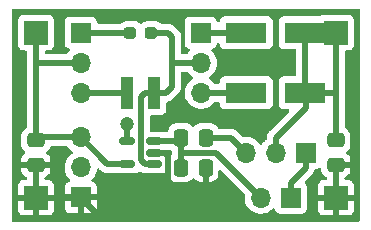
<source format=gbr>
%TF.GenerationSoftware,KiCad,Pcbnew,6.0.4*%
%TF.CreationDate,2022-03-30T22:58:46+02:00*%
%TF.ProjectId,cederom-ap3012-test,63656465-726f-46d2-9d61-70333031322d,2022-03-30*%
%TF.SameCoordinates,Original*%
%TF.FileFunction,Copper,L1,Top*%
%TF.FilePolarity,Positive*%
%FSLAX46Y46*%
G04 Gerber Fmt 4.6, Leading zero omitted, Abs format (unit mm)*
G04 Created by KiCad (PCBNEW 6.0.4) date 2022-03-30 22:58:46*
%MOMM*%
%LPD*%
G01*
G04 APERTURE LIST*
G04 Aperture macros list*
%AMRoundRect*
0 Rectangle with rounded corners*
0 $1 Rounding radius*
0 $2 $3 $4 $5 $6 $7 $8 $9 X,Y pos of 4 corners*
0 Add a 4 corners polygon primitive as box body*
4,1,4,$2,$3,$4,$5,$6,$7,$8,$9,$2,$3,0*
0 Add four circle primitives for the rounded corners*
1,1,$1+$1,$2,$3*
1,1,$1+$1,$4,$5*
1,1,$1+$1,$6,$7*
1,1,$1+$1,$8,$9*
0 Add four rect primitives between the rounded corners*
20,1,$1+$1,$2,$3,$4,$5,0*
20,1,$1+$1,$4,$5,$6,$7,0*
20,1,$1+$1,$6,$7,$8,$9,0*
20,1,$1+$1,$8,$9,$2,$3,0*%
G04 Aperture macros list end*
%TA.AperFunction,ComponentPad*%
%ADD10R,1.700000X1.700000*%
%TD*%
%TA.AperFunction,ComponentPad*%
%ADD11O,1.700000X1.700000*%
%TD*%
%TA.AperFunction,SMDPad,CuDef*%
%ADD12R,3.500000X1.800000*%
%TD*%
%TA.AperFunction,SMDPad,CuDef*%
%ADD13RoundRect,0.250000X-0.337500X-0.475000X0.337500X-0.475000X0.337500X0.475000X-0.337500X0.475000X0*%
%TD*%
%TA.AperFunction,SMDPad,CuDef*%
%ADD14RoundRect,0.250000X0.337500X0.475000X-0.337500X0.475000X-0.337500X-0.475000X0.337500X-0.475000X0*%
%TD*%
%TA.AperFunction,ComponentPad*%
%ADD15R,2.000000X2.000000*%
%TD*%
%TA.AperFunction,SMDPad,CuDef*%
%ADD16RoundRect,0.250000X-0.475000X0.337500X-0.475000X-0.337500X0.475000X-0.337500X0.475000X0.337500X0*%
%TD*%
%TA.AperFunction,SMDPad,CuDef*%
%ADD17RoundRect,0.150000X0.512500X0.150000X-0.512500X0.150000X-0.512500X-0.150000X0.512500X-0.150000X0*%
%TD*%
%TA.AperFunction,SMDPad,CuDef*%
%ADD18R,1.000000X2.750000*%
%TD*%
%TA.AperFunction,SMDPad,CuDef*%
%ADD19RoundRect,0.237500X-0.287500X-0.237500X0.287500X-0.237500X0.287500X0.237500X-0.287500X0.237500X0*%
%TD*%
%TA.AperFunction,ViaPad*%
%ADD20C,1.200000*%
%TD*%
%TA.AperFunction,Conductor*%
%ADD21C,0.500000*%
%TD*%
G04 APERTURE END LIST*
D10*
%TO.P,R`1,1,Pin_1*%
%TO.N,Net-(JP3-Pad1)*%
X97795000Y-64770000D03*
D11*
%TO.P,R`1,2,Pin_2*%
%TO.N,Net-(R`1-Pad2)*%
X95255000Y-64770000D03*
%TD*%
D10*
%TO.P,JP2,1,A*%
%TO.N,Net-(D1-Pad2)*%
X90170000Y-50815000D03*
D11*
%TO.P,JP2,2,C*%
%TO.N,Net-(JP2-Pad2)*%
X90170000Y-53355000D03*
%TO.P,JP2,3,B*%
%TO.N,Net-(D2-Pad2)*%
X90170000Y-55895000D03*
%TD*%
D10*
%TO.P,JP4,1,A*%
%TO.N,GND*%
X80010000Y-64755000D03*
D11*
%TO.P,JP4,2,C*%
%TO.N,Net-(JP4-Pad2)*%
X80010000Y-62215000D03*
%TO.P,JP4,3,B*%
%TO.N,Net-(C1-Pad1)*%
X80010000Y-59675000D03*
%TD*%
%TO.P,JP3,3,B*%
%TO.N,Net-(JP3-Pad3)*%
X93980000Y-60960000D03*
%TO.P,JP3,2,C*%
%TO.N,Net-(C2-Pad1)*%
X96520000Y-60960000D03*
D10*
%TO.P,JP3,1,A*%
%TO.N,Net-(JP3-Pad1)*%
X99060000Y-60960000D03*
%TD*%
%TO.P,JP1,1,A*%
%TO.N,Net-(JP1-Pad1)*%
X80010000Y-50800000D03*
D11*
%TO.P,JP1,2,C*%
%TO.N,Net-(C1-Pad1)*%
X80010000Y-53340000D03*
%TO.P,JP1,3,B*%
%TO.N,Net-(JP1-Pad3)*%
X80010000Y-55880000D03*
%TD*%
D12*
%TO.P,D1,2,A*%
%TO.N,Net-(D1-Pad2)*%
X94020000Y-50800000D03*
%TO.P,D1,1,K*%
%TO.N,Net-(C2-Pad1)*%
X99020000Y-50800000D03*
%TD*%
D13*
%TO.P,R2,1*%
%TO.N,Net-(R`1-Pad2)*%
X88497500Y-62230000D03*
%TO.P,R2,2*%
%TO.N,GND*%
X90572500Y-62230000D03*
%TD*%
D14*
%TO.P,R1,1*%
%TO.N,Net-(JP3-Pad3)*%
X90572500Y-59690000D03*
%TO.P,R1,2*%
%TO.N,Net-(R`1-Pad2)*%
X88497500Y-59690000D03*
%TD*%
D15*
%TO.P,TP4,1,1*%
%TO.N,GND*%
X101600000Y-64770000D03*
%TD*%
D16*
%TO.P,C2,1*%
%TO.N,Net-(C2-Pad1)*%
X101600000Y-59922500D03*
%TO.P,C2,2*%
%TO.N,GND*%
X101600000Y-61997500D03*
%TD*%
D17*
%TO.P,U1,1,SW*%
%TO.N,Net-(JP2-Pad2)*%
X86227500Y-61910000D03*
%TO.P,U1,2,GND*%
%TO.N,GND*%
X86227500Y-60960000D03*
%TO.P,U1,3,FB*%
%TO.N,Net-(R`1-Pad2)*%
X86227500Y-60010000D03*
%TO.P,U1,4,~{SHDN}*%
%TO.N,Net-(JP4-Pad2)*%
X83952500Y-60010000D03*
%TO.P,U1,5,IN*%
%TO.N,Net-(C1-Pad1)*%
X83952500Y-61910000D03*
%TD*%
D15*
%TO.P,TP1,1,1*%
%TO.N,Net-(C1-Pad1)*%
X76200000Y-50800000D03*
%TD*%
D12*
%TO.P,D2,1,K*%
%TO.N,Net-(C2-Pad1)*%
X99020000Y-55880000D03*
%TO.P,D2,2,A*%
%TO.N,Net-(D2-Pad2)*%
X94020000Y-55880000D03*
%TD*%
D15*
%TO.P,TP3,1,1*%
%TO.N,Net-(C2-Pad1)*%
X101600000Y-50800000D03*
%TD*%
%TO.P,TP2,1,1*%
%TO.N,GND*%
X76200000Y-64770000D03*
%TD*%
D18*
%TO.P,L2,1,1*%
%TO.N,Net-(JP1-Pad3)*%
X83940000Y-55880000D03*
%TO.P,L2,2,2*%
%TO.N,Net-(JP2-Pad2)*%
X86240000Y-55880000D03*
%TD*%
D19*
%TO.P,L1,2,2*%
%TO.N,Net-(JP2-Pad2)*%
X85965000Y-50800000D03*
%TO.P,L1,1,1*%
%TO.N,Net-(JP1-Pad1)*%
X84215000Y-50800000D03*
%TD*%
D16*
%TO.P,C1,2*%
%TO.N,GND*%
X76200000Y-61997500D03*
%TO.P,C1,1*%
%TO.N,Net-(C1-Pad1)*%
X76200000Y-59922500D03*
%TD*%
D20*
%TO.N,Net-(JP4-Pad2)*%
X83947000Y-58547000D03*
%TD*%
D21*
%TO.N,GND*%
X101600000Y-61997500D02*
X101600000Y-64770000D01*
%TO.N,Net-(C2-Pad1)*%
X101600000Y-50800000D02*
X101600000Y-55880000D01*
X101600000Y-55880000D02*
X101600000Y-59922500D01*
X99020000Y-55880000D02*
X101600000Y-55880000D01*
X99020000Y-50800000D02*
X101600000Y-50800000D01*
%TO.N,GND*%
X76200000Y-61997500D02*
X76200000Y-64770000D01*
%TO.N,Net-(C1-Pad1)*%
X76200000Y-59922500D02*
X76200000Y-53340000D01*
X80010000Y-59675000D02*
X76447500Y-59675000D01*
X76447500Y-59675000D02*
X76200000Y-59922500D01*
X83952500Y-61910000D02*
X82245000Y-61910000D01*
X82245000Y-61910000D02*
X80010000Y-59675000D01*
%TO.N,Net-(JP4-Pad2)*%
X83952500Y-60010000D02*
X83952500Y-58552500D01*
X83952500Y-58552500D02*
X83947000Y-58547000D01*
%TO.N,Net-(JP2-Pad2)*%
X85405000Y-61910000D02*
X85115480Y-61620480D01*
X85115480Y-61620480D02*
X85115480Y-56235520D01*
X86227500Y-61910000D02*
X85405000Y-61910000D01*
X85115480Y-56235520D02*
X85471000Y-55880000D01*
X85471000Y-55880000D02*
X86240000Y-55880000D01*
%TO.N,GND*%
X87122000Y-60960000D02*
X87376000Y-61214000D01*
X81788000Y-66548000D02*
X87376000Y-66548000D01*
X87376000Y-61214000D02*
X87376000Y-66548000D01*
X86227500Y-60960000D02*
X87122000Y-60960000D01*
X87376000Y-66548000D02*
X90551000Y-66548000D01*
%TO.N,Net-(R`1-Pad2)*%
X88497500Y-59690000D02*
X88497500Y-60981500D01*
X88497500Y-60981500D02*
X88497500Y-62230000D01*
X91466500Y-60981500D02*
X88497500Y-60981500D01*
X95255000Y-64770000D02*
X91466500Y-60981500D01*
%TO.N,GND*%
X90551000Y-66548000D02*
X101092000Y-66548000D01*
X90572500Y-62230000D02*
X90572500Y-66526500D01*
X90572500Y-66526500D02*
X90551000Y-66548000D01*
%TO.N,Net-(R`1-Pad2)*%
X86227500Y-60010000D02*
X88177500Y-60010000D01*
X88177500Y-60010000D02*
X88497500Y-59690000D01*
%TO.N,GND*%
X80010000Y-64770000D02*
X81788000Y-66548000D01*
X80010000Y-64755000D02*
X80010000Y-64770000D01*
X76200000Y-64770000D02*
X79995000Y-64770000D01*
X79995000Y-64770000D02*
X80010000Y-64755000D01*
%TO.N,Net-(JP3-Pad1)*%
X97795000Y-63495000D02*
X99060000Y-62230000D01*
X97795000Y-64770000D02*
X97795000Y-63495000D01*
X99060000Y-62230000D02*
X99060000Y-60960000D01*
%TO.N,Net-(C2-Pad1)*%
X96520000Y-59690000D02*
X99060000Y-57150000D01*
X96520000Y-60960000D02*
X96520000Y-59690000D01*
X99060000Y-57150000D02*
X99060000Y-55920000D01*
X99060000Y-55920000D02*
X99020000Y-55880000D01*
%TO.N,Net-(JP3-Pad3)*%
X90572500Y-59690000D02*
X92710000Y-59690000D01*
X92710000Y-59690000D02*
X93980000Y-60960000D01*
%TO.N,Net-(JP2-Pad2)*%
X87757000Y-51181000D02*
X87757000Y-53340000D01*
X87757000Y-53340000D02*
X87757000Y-55372000D01*
X90170000Y-53355000D02*
X87772000Y-53355000D01*
X87772000Y-53355000D02*
X87757000Y-53340000D01*
X85965000Y-50800000D02*
X87376000Y-50800000D01*
X87376000Y-50800000D02*
X87757000Y-51181000D01*
X87757000Y-55372000D02*
X87249000Y-55880000D01*
X87249000Y-55880000D02*
X86240000Y-55880000D01*
%TO.N,Net-(D2-Pad2)*%
X94020000Y-55880000D02*
X90185000Y-55880000D01*
X90185000Y-55880000D02*
X90170000Y-55895000D01*
%TO.N,Net-(C2-Pad1)*%
X99020000Y-55880000D02*
X99020000Y-50800000D01*
%TO.N,Net-(D1-Pad2)*%
X90170000Y-50815000D02*
X94005000Y-50815000D01*
X94005000Y-50815000D02*
X94020000Y-50800000D01*
%TO.N,Net-(JP1-Pad3)*%
X80010000Y-55880000D02*
X83940000Y-55880000D01*
%TO.N,Net-(JP1-Pad1)*%
X80010000Y-50800000D02*
X84215000Y-50800000D01*
%TO.N,Net-(C1-Pad1)*%
X76200000Y-53340000D02*
X76200000Y-50800000D01*
X80010000Y-53340000D02*
X76200000Y-53340000D01*
%TD*%
%TA.AperFunction,Conductor*%
%TO.N,GND*%
G36*
X103573621Y-48788502D02*
G01*
X103620114Y-48842158D01*
X103631500Y-48894500D01*
X103631500Y-66675500D01*
X103611498Y-66743621D01*
X103557842Y-66790114D01*
X103505500Y-66801500D01*
X74294500Y-66801500D01*
X74226379Y-66781498D01*
X74179886Y-66727842D01*
X74168500Y-66675500D01*
X74168500Y-65814669D01*
X74692001Y-65814669D01*
X74692371Y-65821490D01*
X74697895Y-65872352D01*
X74701521Y-65887604D01*
X74746676Y-66008054D01*
X74755214Y-66023649D01*
X74831715Y-66125724D01*
X74844276Y-66138285D01*
X74946351Y-66214786D01*
X74961946Y-66223324D01*
X75082394Y-66268478D01*
X75097649Y-66272105D01*
X75148514Y-66277631D01*
X75155328Y-66278000D01*
X75927885Y-66278000D01*
X75943124Y-66273525D01*
X75944329Y-66272135D01*
X75946000Y-66264452D01*
X75946000Y-66259884D01*
X76454000Y-66259884D01*
X76458475Y-66275123D01*
X76459865Y-66276328D01*
X76467548Y-66277999D01*
X77244669Y-66277999D01*
X77251490Y-66277629D01*
X77302352Y-66272105D01*
X77317604Y-66268479D01*
X77438054Y-66223324D01*
X77453649Y-66214786D01*
X77555724Y-66138285D01*
X77568285Y-66125724D01*
X77644786Y-66023649D01*
X77653324Y-66008054D01*
X77698478Y-65887606D01*
X77702105Y-65872351D01*
X77707631Y-65821486D01*
X77708000Y-65814672D01*
X77708000Y-65649669D01*
X78652001Y-65649669D01*
X78652371Y-65656490D01*
X78657895Y-65707352D01*
X78661521Y-65722604D01*
X78706676Y-65843054D01*
X78715214Y-65858649D01*
X78791715Y-65960724D01*
X78804276Y-65973285D01*
X78906351Y-66049786D01*
X78921946Y-66058324D01*
X79042394Y-66103478D01*
X79057649Y-66107105D01*
X79108514Y-66112631D01*
X79115328Y-66113000D01*
X79737885Y-66113000D01*
X79753124Y-66108525D01*
X79754329Y-66107135D01*
X79756000Y-66099452D01*
X79756000Y-66094884D01*
X80264000Y-66094884D01*
X80268475Y-66110123D01*
X80269865Y-66111328D01*
X80277548Y-66112999D01*
X80904669Y-66112999D01*
X80911490Y-66112629D01*
X80962352Y-66107105D01*
X80977604Y-66103479D01*
X81098054Y-66058324D01*
X81113649Y-66049786D01*
X81215724Y-65973285D01*
X81228285Y-65960724D01*
X81304786Y-65858649D01*
X81313324Y-65843054D01*
X81358478Y-65722606D01*
X81362105Y-65707351D01*
X81367631Y-65656486D01*
X81368000Y-65649672D01*
X81368000Y-65027115D01*
X81363525Y-65011876D01*
X81362135Y-65010671D01*
X81354452Y-65009000D01*
X80282115Y-65009000D01*
X80266876Y-65013475D01*
X80265671Y-65014865D01*
X80264000Y-65022548D01*
X80264000Y-66094884D01*
X79756000Y-66094884D01*
X79756000Y-65027115D01*
X79751525Y-65011876D01*
X79750135Y-65010671D01*
X79742452Y-65009000D01*
X78670116Y-65009000D01*
X78654877Y-65013475D01*
X78653672Y-65014865D01*
X78652001Y-65022548D01*
X78652001Y-65649669D01*
X77708000Y-65649669D01*
X77708000Y-65042115D01*
X77703525Y-65026876D01*
X77702135Y-65025671D01*
X77694452Y-65024000D01*
X76472115Y-65024000D01*
X76456876Y-65028475D01*
X76455671Y-65029865D01*
X76454000Y-65037548D01*
X76454000Y-66259884D01*
X75946000Y-66259884D01*
X75946000Y-65042115D01*
X75941525Y-65026876D01*
X75940135Y-65025671D01*
X75932452Y-65024000D01*
X74710116Y-65024000D01*
X74694877Y-65028475D01*
X74693672Y-65029865D01*
X74692001Y-65037548D01*
X74692001Y-65814669D01*
X74168500Y-65814669D01*
X74168500Y-64497885D01*
X74692000Y-64497885D01*
X74696475Y-64513124D01*
X74697865Y-64514329D01*
X74705548Y-64516000D01*
X77689884Y-64516000D01*
X77705123Y-64511525D01*
X77706328Y-64510135D01*
X77707999Y-64502452D01*
X77707999Y-63725331D01*
X77707629Y-63718510D01*
X77702105Y-63667648D01*
X77698479Y-63652396D01*
X77653324Y-63531946D01*
X77644786Y-63516351D01*
X77568285Y-63414276D01*
X77555724Y-63401715D01*
X77453649Y-63325214D01*
X77438054Y-63316676D01*
X77317606Y-63271522D01*
X77302351Y-63267895D01*
X77251486Y-63262369D01*
X77244672Y-63262000D01*
X77059139Y-63262000D01*
X76991018Y-63241998D01*
X76944525Y-63188342D01*
X76934421Y-63118068D01*
X76963915Y-63053488D01*
X76999181Y-63026820D01*
X76998732Y-63026094D01*
X77142807Y-62936937D01*
X77154208Y-62927901D01*
X77268739Y-62813171D01*
X77277751Y-62801760D01*
X77362816Y-62663757D01*
X77368963Y-62650576D01*
X77420138Y-62496290D01*
X77423005Y-62482914D01*
X77432672Y-62388562D01*
X77433000Y-62382146D01*
X77433000Y-62269615D01*
X77428525Y-62254376D01*
X77427135Y-62253171D01*
X77419452Y-62251500D01*
X74985116Y-62251500D01*
X74969877Y-62255975D01*
X74968672Y-62257365D01*
X74967001Y-62265048D01*
X74967001Y-62382095D01*
X74967338Y-62388614D01*
X74977257Y-62484206D01*
X74980149Y-62497600D01*
X75031588Y-62651784D01*
X75037761Y-62664962D01*
X75123063Y-62802807D01*
X75132099Y-62814208D01*
X75246829Y-62928739D01*
X75258240Y-62937751D01*
X75402475Y-63026658D01*
X75401459Y-63028307D01*
X75447361Y-63068723D01*
X75466822Y-63137001D01*
X75446280Y-63204961D01*
X75392257Y-63251026D01*
X75340826Y-63262001D01*
X75155331Y-63262001D01*
X75148510Y-63262371D01*
X75097648Y-63267895D01*
X75082396Y-63271521D01*
X74961946Y-63316676D01*
X74946351Y-63325214D01*
X74844276Y-63401715D01*
X74831715Y-63414276D01*
X74755214Y-63516351D01*
X74746676Y-63531946D01*
X74701522Y-63652394D01*
X74697895Y-63667649D01*
X74692369Y-63718514D01*
X74692000Y-63725328D01*
X74692000Y-64497885D01*
X74168500Y-64497885D01*
X74168500Y-51848134D01*
X74691500Y-51848134D01*
X74698255Y-51910316D01*
X74749385Y-52046705D01*
X74836739Y-52163261D01*
X74953295Y-52250615D01*
X75089684Y-52301745D01*
X75151866Y-52308500D01*
X75315500Y-52308500D01*
X75383621Y-52328502D01*
X75430114Y-52382158D01*
X75441500Y-52434500D01*
X75441500Y-53312165D01*
X75441258Y-53319966D01*
X75437453Y-53381298D01*
X75438693Y-53388514D01*
X75439680Y-53394257D01*
X75441500Y-53415596D01*
X75441500Y-58798219D01*
X75421498Y-58866340D01*
X75381803Y-58905363D01*
X75250652Y-58986522D01*
X75125695Y-59111697D01*
X75121855Y-59117927D01*
X75121854Y-59117928D01*
X75042603Y-59246497D01*
X75032885Y-59262262D01*
X74977203Y-59430139D01*
X74976503Y-59436975D01*
X74976502Y-59436978D01*
X74974956Y-59452066D01*
X74966500Y-59534600D01*
X74966500Y-60310400D01*
X74977474Y-60416166D01*
X74979655Y-60422702D01*
X74979655Y-60422704D01*
X74996646Y-60473632D01*
X75033450Y-60583946D01*
X75126522Y-60734348D01*
X75251697Y-60859305D01*
X75256235Y-60862102D01*
X75296824Y-60919353D01*
X75300054Y-60990276D01*
X75264428Y-61051687D01*
X75255932Y-61059062D01*
X75245793Y-61067098D01*
X75131261Y-61181829D01*
X75122249Y-61193240D01*
X75037184Y-61331243D01*
X75031037Y-61344424D01*
X74979862Y-61498710D01*
X74976995Y-61512086D01*
X74967328Y-61606438D01*
X74967000Y-61612855D01*
X74967000Y-61725385D01*
X74971475Y-61740624D01*
X74972865Y-61741829D01*
X74980548Y-61743500D01*
X77414884Y-61743500D01*
X77430123Y-61739025D01*
X77431328Y-61737635D01*
X77432999Y-61729952D01*
X77432999Y-61612905D01*
X77432662Y-61606386D01*
X77422743Y-61510794D01*
X77419851Y-61497400D01*
X77368412Y-61343216D01*
X77362239Y-61330038D01*
X77276937Y-61192193D01*
X77267901Y-61180792D01*
X77153172Y-61066262D01*
X77144238Y-61059206D01*
X77103177Y-61001288D01*
X77099947Y-60930365D01*
X77135574Y-60868954D01*
X77143407Y-60862154D01*
X77149348Y-60858478D01*
X77274305Y-60733303D01*
X77285931Y-60714442D01*
X77363275Y-60588968D01*
X77363276Y-60588966D01*
X77367115Y-60582738D01*
X77387980Y-60519832D01*
X77428411Y-60461472D01*
X77493975Y-60434236D01*
X77507573Y-60433500D01*
X78812491Y-60433500D01*
X78880612Y-60453502D01*
X78909402Y-60480595D01*
X78909987Y-60480088D01*
X79056250Y-60648938D01*
X79228126Y-60791632D01*
X79269343Y-60815717D01*
X79301445Y-60834476D01*
X79350169Y-60886114D01*
X79363240Y-60955897D01*
X79336509Y-61021669D01*
X79296055Y-61055027D01*
X79283607Y-61061507D01*
X79279474Y-61064610D01*
X79279471Y-61064612D01*
X79109549Y-61192193D01*
X79104965Y-61195635D01*
X78950629Y-61357138D01*
X78824743Y-61541680D01*
X78730688Y-61744305D01*
X78670989Y-61959570D01*
X78647251Y-62181695D01*
X78647548Y-62186848D01*
X78647548Y-62186851D01*
X78657314Y-62356222D01*
X78660110Y-62404715D01*
X78661247Y-62409761D01*
X78661248Y-62409767D01*
X78680748Y-62496290D01*
X78709222Y-62622639D01*
X78757168Y-62740716D01*
X78787010Y-62814208D01*
X78793266Y-62829616D01*
X78795965Y-62834020D01*
X78883441Y-62976768D01*
X78909987Y-63020088D01*
X78913367Y-63023990D01*
X78923057Y-63035176D01*
X79056250Y-63188938D01*
X79060225Y-63192238D01*
X79060231Y-63192244D01*
X79065425Y-63196556D01*
X79105059Y-63255460D01*
X79106555Y-63326441D01*
X79069439Y-63386962D01*
X79029168Y-63411480D01*
X78921946Y-63451676D01*
X78906351Y-63460214D01*
X78804276Y-63536715D01*
X78791715Y-63549276D01*
X78715214Y-63651351D01*
X78706676Y-63666946D01*
X78661522Y-63787394D01*
X78657895Y-63802649D01*
X78652369Y-63853514D01*
X78652000Y-63860328D01*
X78652000Y-64482885D01*
X78656475Y-64498124D01*
X78657865Y-64499329D01*
X78665548Y-64501000D01*
X81349884Y-64501000D01*
X81365123Y-64496525D01*
X81366328Y-64495135D01*
X81367999Y-64487452D01*
X81367999Y-63860331D01*
X81367629Y-63853510D01*
X81362105Y-63802648D01*
X81358479Y-63787396D01*
X81313324Y-63666946D01*
X81304786Y-63651351D01*
X81228285Y-63549276D01*
X81215724Y-63536715D01*
X81113649Y-63460214D01*
X81098054Y-63451676D01*
X80987813Y-63410348D01*
X80931049Y-63367706D01*
X80906349Y-63301145D01*
X80921557Y-63231796D01*
X80943104Y-63203115D01*
X81044430Y-63102144D01*
X81044440Y-63102132D01*
X81048096Y-63098489D01*
X81098068Y-63028946D01*
X81175435Y-62921277D01*
X81178453Y-62917077D01*
X81203554Y-62866290D01*
X81275136Y-62721453D01*
X81275137Y-62721451D01*
X81277430Y-62716811D01*
X81324111Y-62563166D01*
X81340865Y-62508023D01*
X81340865Y-62508021D01*
X81342370Y-62503069D01*
X81343263Y-62496290D01*
X81357439Y-62388614D01*
X81358233Y-62382580D01*
X81386956Y-62317652D01*
X81446221Y-62278561D01*
X81517212Y-62277716D01*
X81572250Y-62309931D01*
X81661230Y-62398911D01*
X81673616Y-62413323D01*
X81682149Y-62424918D01*
X81682154Y-62424923D01*
X81686492Y-62430818D01*
X81692070Y-62435557D01*
X81692073Y-62435560D01*
X81726768Y-62465035D01*
X81734284Y-62471965D01*
X81739979Y-62477660D01*
X81742861Y-62479940D01*
X81762251Y-62495281D01*
X81765655Y-62498072D01*
X81786633Y-62515894D01*
X81821285Y-62545333D01*
X81827801Y-62548661D01*
X81832850Y-62552028D01*
X81837979Y-62555195D01*
X81843716Y-62559734D01*
X81909875Y-62590655D01*
X81913769Y-62592558D01*
X81978808Y-62625769D01*
X81985916Y-62627508D01*
X81991559Y-62629607D01*
X81997322Y-62631524D01*
X82003950Y-62634622D01*
X82011112Y-62636112D01*
X82011113Y-62636112D01*
X82075412Y-62649486D01*
X82079696Y-62650456D01*
X82150610Y-62667808D01*
X82156212Y-62668156D01*
X82156215Y-62668156D01*
X82161764Y-62668500D01*
X82161762Y-62668536D01*
X82165755Y-62668775D01*
X82169947Y-62669149D01*
X82177115Y-62670640D01*
X82254520Y-62668546D01*
X82257928Y-62668500D01*
X83156246Y-62668500D01*
X83191398Y-62673503D01*
X83329989Y-62713767D01*
X83329993Y-62713768D01*
X83336169Y-62715562D01*
X83342574Y-62716066D01*
X83342579Y-62716067D01*
X83371042Y-62718307D01*
X83371050Y-62718307D01*
X83373498Y-62718500D01*
X84531502Y-62718500D01*
X84533950Y-62718307D01*
X84533958Y-62718307D01*
X84562421Y-62716067D01*
X84562426Y-62716066D01*
X84568831Y-62715562D01*
X84713601Y-62673503D01*
X84720988Y-62671357D01*
X84720990Y-62671356D01*
X84728601Y-62669145D01*
X84871807Y-62584453D01*
X84877417Y-62578843D01*
X84879445Y-62577270D01*
X84945530Y-62551323D01*
X85010019Y-62562680D01*
X85069853Y-62590644D01*
X85073769Y-62592558D01*
X85138808Y-62625769D01*
X85145916Y-62627508D01*
X85151559Y-62629607D01*
X85157322Y-62631524D01*
X85163950Y-62634622D01*
X85171112Y-62636112D01*
X85171113Y-62636112D01*
X85235412Y-62649486D01*
X85239696Y-62650456D01*
X85310610Y-62667808D01*
X85316212Y-62668156D01*
X85316215Y-62668156D01*
X85321764Y-62668500D01*
X85321762Y-62668536D01*
X85325755Y-62668775D01*
X85329947Y-62669149D01*
X85337115Y-62670640D01*
X85414520Y-62668546D01*
X85417928Y-62668500D01*
X85431246Y-62668500D01*
X85466398Y-62673503D01*
X85604989Y-62713767D01*
X85604993Y-62713768D01*
X85611169Y-62715562D01*
X85617574Y-62716066D01*
X85617579Y-62716067D01*
X85646042Y-62718307D01*
X85646050Y-62718307D01*
X85648498Y-62718500D01*
X86806502Y-62718500D01*
X86808950Y-62718307D01*
X86808958Y-62718307D01*
X86837421Y-62716067D01*
X86837426Y-62716066D01*
X86843831Y-62715562D01*
X86988601Y-62673503D01*
X86995988Y-62671357D01*
X86995990Y-62671356D01*
X87003601Y-62669145D01*
X87036090Y-62649931D01*
X87139980Y-62588491D01*
X87139983Y-62588489D01*
X87146807Y-62584453D01*
X87186405Y-62544855D01*
X87248717Y-62510829D01*
X87319532Y-62515894D01*
X87376368Y-62558441D01*
X87401179Y-62624961D01*
X87401500Y-62633950D01*
X87401500Y-62755400D01*
X87401837Y-62758646D01*
X87401837Y-62758650D01*
X87411618Y-62852914D01*
X87412474Y-62861166D01*
X87414655Y-62867702D01*
X87414655Y-62867704D01*
X87435018Y-62928739D01*
X87468450Y-63028946D01*
X87561522Y-63179348D01*
X87566704Y-63184521D01*
X87623842Y-63241559D01*
X87686697Y-63304305D01*
X87692927Y-63308145D01*
X87692928Y-63308146D01*
X87830288Y-63392816D01*
X87837262Y-63397115D01*
X87909361Y-63421029D01*
X87998611Y-63450632D01*
X87998613Y-63450632D01*
X88005139Y-63452797D01*
X88011975Y-63453497D01*
X88011978Y-63453498D01*
X88055031Y-63457909D01*
X88109600Y-63463500D01*
X88885400Y-63463500D01*
X88888646Y-63463163D01*
X88888650Y-63463163D01*
X88984308Y-63453238D01*
X88984312Y-63453237D01*
X88991166Y-63452526D01*
X88997702Y-63450345D01*
X88997704Y-63450345D01*
X89146777Y-63400610D01*
X89158946Y-63396550D01*
X89309348Y-63303478D01*
X89434305Y-63178303D01*
X89437102Y-63173765D01*
X89494353Y-63133176D01*
X89565276Y-63129946D01*
X89626687Y-63165572D01*
X89634062Y-63174068D01*
X89642098Y-63184207D01*
X89756829Y-63298739D01*
X89768240Y-63307751D01*
X89906243Y-63392816D01*
X89919424Y-63398963D01*
X90073710Y-63450138D01*
X90087086Y-63453005D01*
X90181438Y-63462672D01*
X90187854Y-63463000D01*
X90300385Y-63463000D01*
X90315624Y-63458525D01*
X90316829Y-63457135D01*
X90318500Y-63449452D01*
X90318500Y-62102000D01*
X90338502Y-62033879D01*
X90392158Y-61987386D01*
X90444500Y-61976000D01*
X90700500Y-61976000D01*
X90768621Y-61996002D01*
X90815114Y-62049658D01*
X90826500Y-62102000D01*
X90826500Y-63444884D01*
X90830975Y-63460123D01*
X90832365Y-63461328D01*
X90840048Y-63462999D01*
X90957095Y-63462999D01*
X90963614Y-63462662D01*
X91059206Y-63452743D01*
X91072600Y-63449851D01*
X91226784Y-63398412D01*
X91239962Y-63392239D01*
X91377807Y-63306937D01*
X91389208Y-63297901D01*
X91503739Y-63183171D01*
X91512751Y-63171760D01*
X91597816Y-63033757D01*
X91603963Y-63020576D01*
X91655138Y-62866290D01*
X91658005Y-62852914D01*
X91667672Y-62758562D01*
X91668000Y-62752146D01*
X91668000Y-62559871D01*
X91688002Y-62491750D01*
X91741658Y-62445257D01*
X91811932Y-62435153D01*
X91876512Y-62464647D01*
X91883095Y-62470776D01*
X93874449Y-64462130D01*
X93908475Y-64524442D01*
X93910641Y-64564613D01*
X93892251Y-64736695D01*
X93905110Y-64959715D01*
X93906247Y-64964761D01*
X93906248Y-64964767D01*
X93920299Y-65027115D01*
X93954222Y-65177639D01*
X94038266Y-65384616D01*
X94154987Y-65575088D01*
X94301250Y-65743938D01*
X94473126Y-65886632D01*
X94666000Y-65999338D01*
X94874692Y-66079030D01*
X94879760Y-66080061D01*
X94879763Y-66080062D01*
X94952616Y-66094884D01*
X95093597Y-66123567D01*
X95098772Y-66123757D01*
X95098774Y-66123757D01*
X95311673Y-66131564D01*
X95311677Y-66131564D01*
X95316837Y-66131753D01*
X95321957Y-66131097D01*
X95321959Y-66131097D01*
X95533288Y-66104025D01*
X95533289Y-66104025D01*
X95538416Y-66103368D01*
X95551469Y-66099452D01*
X95747429Y-66040661D01*
X95747434Y-66040659D01*
X95752384Y-66039174D01*
X95952994Y-65940896D01*
X96134860Y-65811173D01*
X96243091Y-65703319D01*
X96305462Y-65669404D01*
X96376268Y-65674592D01*
X96433030Y-65717238D01*
X96450012Y-65748341D01*
X96474879Y-65814672D01*
X96494385Y-65866705D01*
X96581739Y-65983261D01*
X96698295Y-66070615D01*
X96834684Y-66121745D01*
X96896866Y-66128500D01*
X98693134Y-66128500D01*
X98755316Y-66121745D01*
X98891705Y-66070615D01*
X99008261Y-65983261D01*
X99095615Y-65866705D01*
X99115122Y-65814669D01*
X100092001Y-65814669D01*
X100092371Y-65821490D01*
X100097895Y-65872352D01*
X100101521Y-65887604D01*
X100146676Y-66008054D01*
X100155214Y-66023649D01*
X100231715Y-66125724D01*
X100244276Y-66138285D01*
X100346351Y-66214786D01*
X100361946Y-66223324D01*
X100482394Y-66268478D01*
X100497649Y-66272105D01*
X100548514Y-66277631D01*
X100555328Y-66278000D01*
X101327885Y-66278000D01*
X101343124Y-66273525D01*
X101344329Y-66272135D01*
X101346000Y-66264452D01*
X101346000Y-66259884D01*
X101854000Y-66259884D01*
X101858475Y-66275123D01*
X101859865Y-66276328D01*
X101867548Y-66277999D01*
X102644669Y-66277999D01*
X102651490Y-66277629D01*
X102702352Y-66272105D01*
X102717604Y-66268479D01*
X102838054Y-66223324D01*
X102853649Y-66214786D01*
X102955724Y-66138285D01*
X102968285Y-66125724D01*
X103044786Y-66023649D01*
X103053324Y-66008054D01*
X103098478Y-65887606D01*
X103102105Y-65872351D01*
X103107631Y-65821486D01*
X103108000Y-65814672D01*
X103108000Y-65042115D01*
X103103525Y-65026876D01*
X103102135Y-65025671D01*
X103094452Y-65024000D01*
X101872115Y-65024000D01*
X101856876Y-65028475D01*
X101855671Y-65029865D01*
X101854000Y-65037548D01*
X101854000Y-66259884D01*
X101346000Y-66259884D01*
X101346000Y-65042115D01*
X101341525Y-65026876D01*
X101340135Y-65025671D01*
X101332452Y-65024000D01*
X100110116Y-65024000D01*
X100094877Y-65028475D01*
X100093672Y-65029865D01*
X100092001Y-65037548D01*
X100092001Y-65814669D01*
X99115122Y-65814669D01*
X99146745Y-65730316D01*
X99153500Y-65668134D01*
X99153500Y-63871866D01*
X99146745Y-63809684D01*
X99095615Y-63673295D01*
X99008261Y-63556739D01*
X99001081Y-63551358D01*
X98995297Y-63545574D01*
X98961271Y-63483262D01*
X98966336Y-63412447D01*
X98995297Y-63367384D01*
X99548911Y-62813770D01*
X99563323Y-62801384D01*
X99574918Y-62792851D01*
X99574923Y-62792846D01*
X99580818Y-62788508D01*
X99585557Y-62782930D01*
X99585560Y-62782927D01*
X99615035Y-62748232D01*
X99621965Y-62740716D01*
X99627660Y-62735021D01*
X99632518Y-62728880D01*
X99645281Y-62712749D01*
X99648072Y-62709345D01*
X99690591Y-62659297D01*
X99690592Y-62659295D01*
X99695333Y-62653715D01*
X99698661Y-62647199D01*
X99702028Y-62642150D01*
X99705195Y-62637021D01*
X99709734Y-62631284D01*
X99740655Y-62565125D01*
X99742561Y-62561225D01*
X99775769Y-62496192D01*
X99777508Y-62489084D01*
X99779607Y-62483441D01*
X99781524Y-62477679D01*
X99784622Y-62471050D01*
X99795481Y-62418841D01*
X99828936Y-62356222D01*
X99890935Y-62321629D01*
X99918841Y-62318500D01*
X99958134Y-62318500D01*
X100020316Y-62311745D01*
X100156705Y-62260615D01*
X100165436Y-62254072D01*
X100167230Y-62253401D01*
X100171760Y-62250921D01*
X100172118Y-62251575D01*
X100231938Y-62229223D01*
X100301321Y-62244274D01*
X100351553Y-62294446D01*
X100367001Y-62354897D01*
X100367001Y-62382095D01*
X100367338Y-62388614D01*
X100377257Y-62484206D01*
X100380149Y-62497600D01*
X100431588Y-62651784D01*
X100437761Y-62664962D01*
X100523063Y-62802807D01*
X100532099Y-62814208D01*
X100646829Y-62928739D01*
X100658240Y-62937751D01*
X100802475Y-63026658D01*
X100801459Y-63028307D01*
X100847361Y-63068723D01*
X100866822Y-63137001D01*
X100846280Y-63204961D01*
X100792257Y-63251026D01*
X100740826Y-63262001D01*
X100555331Y-63262001D01*
X100548510Y-63262371D01*
X100497648Y-63267895D01*
X100482396Y-63271521D01*
X100361946Y-63316676D01*
X100346351Y-63325214D01*
X100244276Y-63401715D01*
X100231715Y-63414276D01*
X100155214Y-63516351D01*
X100146676Y-63531946D01*
X100101522Y-63652394D01*
X100097895Y-63667649D01*
X100092369Y-63718514D01*
X100092000Y-63725328D01*
X100092000Y-64497885D01*
X100096475Y-64513124D01*
X100097865Y-64514329D01*
X100105548Y-64516000D01*
X103089884Y-64516000D01*
X103105123Y-64511525D01*
X103106328Y-64510135D01*
X103107999Y-64502452D01*
X103107999Y-63725331D01*
X103107629Y-63718510D01*
X103102105Y-63667648D01*
X103098479Y-63652396D01*
X103053324Y-63531946D01*
X103044786Y-63516351D01*
X102968285Y-63414276D01*
X102955724Y-63401715D01*
X102853649Y-63325214D01*
X102838054Y-63316676D01*
X102717606Y-63271522D01*
X102702351Y-63267895D01*
X102651486Y-63262369D01*
X102644672Y-63262000D01*
X102459139Y-63262000D01*
X102391018Y-63241998D01*
X102344525Y-63188342D01*
X102334421Y-63118068D01*
X102363915Y-63053488D01*
X102399181Y-63026820D01*
X102398732Y-63026094D01*
X102542807Y-62936937D01*
X102554208Y-62927901D01*
X102668739Y-62813171D01*
X102677751Y-62801760D01*
X102762816Y-62663757D01*
X102768963Y-62650576D01*
X102820138Y-62496290D01*
X102823005Y-62482914D01*
X102832672Y-62388562D01*
X102833000Y-62382146D01*
X102833000Y-62269615D01*
X102828525Y-62254376D01*
X102827135Y-62253171D01*
X102819452Y-62251500D01*
X101472000Y-62251500D01*
X101403879Y-62231498D01*
X101357386Y-62177842D01*
X101346000Y-62125500D01*
X101346000Y-61869500D01*
X101366002Y-61801379D01*
X101419658Y-61754886D01*
X101472000Y-61743500D01*
X102814884Y-61743500D01*
X102830123Y-61739025D01*
X102831328Y-61737635D01*
X102832999Y-61729952D01*
X102832999Y-61612905D01*
X102832662Y-61606386D01*
X102822743Y-61510794D01*
X102819851Y-61497400D01*
X102768412Y-61343216D01*
X102762239Y-61330038D01*
X102676937Y-61192193D01*
X102667901Y-61180792D01*
X102553172Y-61066262D01*
X102544238Y-61059206D01*
X102503177Y-61001288D01*
X102499947Y-60930365D01*
X102535574Y-60868954D01*
X102543407Y-60862154D01*
X102549348Y-60858478D01*
X102674305Y-60733303D01*
X102685931Y-60714442D01*
X102763275Y-60588968D01*
X102763276Y-60588966D01*
X102767115Y-60582738D01*
X102807599Y-60460682D01*
X102820632Y-60421389D01*
X102820632Y-60421387D01*
X102822797Y-60414861D01*
X102833500Y-60310400D01*
X102833500Y-59534600D01*
X102825503Y-59457522D01*
X102823238Y-59435692D01*
X102823237Y-59435688D01*
X102822526Y-59428834D01*
X102799153Y-59358775D01*
X102768868Y-59268002D01*
X102766550Y-59261054D01*
X102673478Y-59110652D01*
X102548303Y-58985695D01*
X102512926Y-58963888D01*
X102418384Y-58905611D01*
X102370890Y-58852838D01*
X102358500Y-58798351D01*
X102358500Y-55907835D01*
X102358742Y-55900033D01*
X102359816Y-55882716D01*
X102362547Y-55838702D01*
X102360320Y-55825740D01*
X102358500Y-55804404D01*
X102358500Y-52434500D01*
X102378502Y-52366379D01*
X102432158Y-52319886D01*
X102484500Y-52308500D01*
X102648134Y-52308500D01*
X102710316Y-52301745D01*
X102846705Y-52250615D01*
X102963261Y-52163261D01*
X103050615Y-52046705D01*
X103101745Y-51910316D01*
X103108500Y-51848134D01*
X103108500Y-49751866D01*
X103101745Y-49689684D01*
X103050615Y-49553295D01*
X102963261Y-49436739D01*
X102846705Y-49349385D01*
X102710316Y-49298255D01*
X102648134Y-49291500D01*
X100551866Y-49291500D01*
X100489684Y-49298255D01*
X100353295Y-49349385D01*
X100330689Y-49366327D01*
X100264185Y-49391174D01*
X100255126Y-49391500D01*
X97221866Y-49391500D01*
X97159684Y-49398255D01*
X97023295Y-49449385D01*
X96906739Y-49536739D01*
X96819385Y-49653295D01*
X96768255Y-49789684D01*
X96761500Y-49851866D01*
X96761500Y-51748134D01*
X96768255Y-51810316D01*
X96819385Y-51946705D01*
X96906739Y-52063261D01*
X97023295Y-52150615D01*
X97159684Y-52201745D01*
X97221866Y-52208500D01*
X98135500Y-52208500D01*
X98203621Y-52228502D01*
X98250114Y-52282158D01*
X98261500Y-52334500D01*
X98261500Y-54345500D01*
X98241498Y-54413621D01*
X98187842Y-54460114D01*
X98135500Y-54471500D01*
X97221866Y-54471500D01*
X97159684Y-54478255D01*
X97023295Y-54529385D01*
X96906739Y-54616739D01*
X96819385Y-54733295D01*
X96768255Y-54869684D01*
X96761500Y-54931866D01*
X96761500Y-56828134D01*
X96768255Y-56890316D01*
X96819385Y-57026705D01*
X96906739Y-57143261D01*
X97023295Y-57230615D01*
X97159684Y-57281745D01*
X97221866Y-57288500D01*
X97544629Y-57288500D01*
X97612750Y-57308502D01*
X97659243Y-57362158D01*
X97669347Y-57432432D01*
X97639853Y-57497012D01*
X97633724Y-57503595D01*
X96031089Y-59106230D01*
X96016677Y-59118616D01*
X96005082Y-59127149D01*
X96005077Y-59127154D01*
X95999182Y-59131492D01*
X95994443Y-59137070D01*
X95994440Y-59137073D01*
X95964965Y-59171768D01*
X95958035Y-59179284D01*
X95952340Y-59184979D01*
X95950060Y-59187861D01*
X95934719Y-59207251D01*
X95931928Y-59210655D01*
X95889409Y-59260703D01*
X95884667Y-59266285D01*
X95881339Y-59272801D01*
X95877972Y-59277850D01*
X95874805Y-59282979D01*
X95870266Y-59288716D01*
X95839345Y-59354875D01*
X95837442Y-59358769D01*
X95804231Y-59423808D01*
X95802492Y-59430916D01*
X95800393Y-59436559D01*
X95798476Y-59442322D01*
X95795378Y-59448950D01*
X95793888Y-59456112D01*
X95793888Y-59456113D01*
X95780514Y-59520412D01*
X95779544Y-59524696D01*
X95762192Y-59595610D01*
X95761844Y-59601212D01*
X95761844Y-59601215D01*
X95761744Y-59602831D01*
X95761500Y-59606764D01*
X95761464Y-59606762D01*
X95761225Y-59610755D01*
X95760851Y-59614947D01*
X95759360Y-59622115D01*
X95760700Y-59671646D01*
X95761454Y-59699521D01*
X95761500Y-59702928D01*
X95761500Y-59767655D01*
X95741498Y-59835776D01*
X95711153Y-59868415D01*
X95619100Y-59937530D01*
X95614965Y-59940635D01*
X95573654Y-59983864D01*
X95521280Y-60038671D01*
X95460629Y-60102138D01*
X95353201Y-60259621D01*
X95298293Y-60304621D01*
X95227768Y-60312792D01*
X95164021Y-60281538D01*
X95143324Y-60257054D01*
X95062822Y-60132617D01*
X95062820Y-60132614D01*
X95060014Y-60128277D01*
X94909670Y-59963051D01*
X94905619Y-59959852D01*
X94905615Y-59959848D01*
X94738414Y-59827800D01*
X94738410Y-59827798D01*
X94734359Y-59824598D01*
X94538789Y-59716638D01*
X94533920Y-59714914D01*
X94533916Y-59714912D01*
X94333087Y-59643795D01*
X94333083Y-59643794D01*
X94328212Y-59642069D01*
X94323119Y-59641162D01*
X94323116Y-59641161D01*
X94113373Y-59603800D01*
X94113367Y-59603799D01*
X94108284Y-59602894D01*
X94037770Y-59602033D01*
X93890082Y-59600228D01*
X93890080Y-59600228D01*
X93884911Y-59600165D01*
X93843262Y-59606538D01*
X93781385Y-59616006D01*
X93711023Y-59606538D01*
X93673232Y-59580551D01*
X93293770Y-59201089D01*
X93281384Y-59186677D01*
X93272851Y-59175082D01*
X93272846Y-59175077D01*
X93268508Y-59169182D01*
X93262930Y-59164443D01*
X93262927Y-59164440D01*
X93228232Y-59134965D01*
X93220716Y-59128035D01*
X93215021Y-59122340D01*
X93203183Y-59112974D01*
X93192749Y-59104719D01*
X93189345Y-59101928D01*
X93139297Y-59059409D01*
X93139295Y-59059408D01*
X93133715Y-59054667D01*
X93127199Y-59051339D01*
X93122150Y-59047972D01*
X93117021Y-59044805D01*
X93111284Y-59040266D01*
X93045125Y-59009345D01*
X93041225Y-59007439D01*
X93010410Y-58991704D01*
X92976192Y-58974231D01*
X92969084Y-58972492D01*
X92963441Y-58970393D01*
X92957678Y-58968476D01*
X92951050Y-58965378D01*
X92879583Y-58950513D01*
X92875299Y-58949543D01*
X92804390Y-58932192D01*
X92798788Y-58931844D01*
X92798785Y-58931844D01*
X92793236Y-58931500D01*
X92793238Y-58931464D01*
X92789245Y-58931225D01*
X92785053Y-58930851D01*
X92777885Y-58929360D01*
X92711675Y-58931151D01*
X92700479Y-58931454D01*
X92697072Y-58931500D01*
X91696781Y-58931500D01*
X91628660Y-58911498D01*
X91589637Y-58871803D01*
X91512332Y-58746880D01*
X91508478Y-58740652D01*
X91383303Y-58615695D01*
X91265046Y-58542800D01*
X91238968Y-58526725D01*
X91238966Y-58526724D01*
X91232738Y-58522885D01*
X91072254Y-58469655D01*
X91071389Y-58469368D01*
X91071387Y-58469368D01*
X91064861Y-58467203D01*
X91058025Y-58466503D01*
X91058022Y-58466502D01*
X91014969Y-58462091D01*
X90960400Y-58456500D01*
X90184600Y-58456500D01*
X90181354Y-58456837D01*
X90181350Y-58456837D01*
X90085692Y-58466762D01*
X90085688Y-58466763D01*
X90078834Y-58467474D01*
X90072298Y-58469655D01*
X90072296Y-58469655D01*
X89945002Y-58512124D01*
X89911054Y-58523450D01*
X89760652Y-58616522D01*
X89635695Y-58741697D01*
X89633094Y-58745916D01*
X89575970Y-58786417D01*
X89505047Y-58789649D01*
X89443635Y-58754024D01*
X89437078Y-58746470D01*
X89433478Y-58740652D01*
X89308303Y-58615695D01*
X89190046Y-58542800D01*
X89163968Y-58526725D01*
X89163966Y-58526724D01*
X89157738Y-58522885D01*
X88997254Y-58469655D01*
X88996389Y-58469368D01*
X88996387Y-58469368D01*
X88989861Y-58467203D01*
X88983025Y-58466503D01*
X88983022Y-58466502D01*
X88939969Y-58462091D01*
X88885400Y-58456500D01*
X88109600Y-58456500D01*
X88106354Y-58456837D01*
X88106350Y-58456837D01*
X88010692Y-58466762D01*
X88010688Y-58466763D01*
X88003834Y-58467474D01*
X87997298Y-58469655D01*
X87997296Y-58469655D01*
X87870002Y-58512124D01*
X87836054Y-58523450D01*
X87685652Y-58616522D01*
X87560695Y-58741697D01*
X87556855Y-58747927D01*
X87556854Y-58747928D01*
X87475471Y-58879956D01*
X87467885Y-58892262D01*
X87454756Y-58931844D01*
X87416239Y-59047972D01*
X87412203Y-59060139D01*
X87411502Y-59066977D01*
X87411502Y-59066979D01*
X87404190Y-59138343D01*
X87377348Y-59204070D01*
X87319233Y-59244852D01*
X87278846Y-59251500D01*
X87023754Y-59251500D01*
X86988602Y-59246497D01*
X86850011Y-59206233D01*
X86850007Y-59206232D01*
X86843831Y-59204438D01*
X86837426Y-59203934D01*
X86837421Y-59203933D01*
X86808958Y-59201693D01*
X86808950Y-59201693D01*
X86806502Y-59201500D01*
X85999980Y-59201500D01*
X85931859Y-59181498D01*
X85885366Y-59127842D01*
X85873980Y-59075500D01*
X85873980Y-57889500D01*
X85893982Y-57821379D01*
X85947638Y-57774886D01*
X85999980Y-57763500D01*
X86788134Y-57763500D01*
X86850316Y-57756745D01*
X86986705Y-57705615D01*
X87103261Y-57618261D01*
X87190615Y-57501705D01*
X87241745Y-57365316D01*
X87248500Y-57303134D01*
X87248500Y-56757239D01*
X87268502Y-56689118D01*
X87322158Y-56642625D01*
X87364285Y-56631654D01*
X87369808Y-56631205D01*
X87391339Y-56629454D01*
X87391342Y-56629453D01*
X87398637Y-56628860D01*
X87405601Y-56626604D01*
X87411560Y-56625413D01*
X87417415Y-56624029D01*
X87424681Y-56623182D01*
X87493327Y-56598265D01*
X87497455Y-56596848D01*
X87559936Y-56576607D01*
X87559938Y-56576606D01*
X87566899Y-56574351D01*
X87573154Y-56570555D01*
X87578628Y-56568049D01*
X87584058Y-56565330D01*
X87590937Y-56562833D01*
X87651976Y-56522814D01*
X87655680Y-56520477D01*
X87718107Y-56482595D01*
X87726484Y-56475197D01*
X87726508Y-56475224D01*
X87729500Y-56472571D01*
X87732733Y-56469868D01*
X87738852Y-56465856D01*
X87792128Y-56409617D01*
X87794506Y-56407175D01*
X88245911Y-55955770D01*
X88260323Y-55943384D01*
X88271918Y-55934851D01*
X88271923Y-55934846D01*
X88277818Y-55930508D01*
X88282557Y-55924930D01*
X88282560Y-55924927D01*
X88312035Y-55890232D01*
X88318965Y-55882716D01*
X88324660Y-55877021D01*
X88336785Y-55861695D01*
X88342281Y-55854749D01*
X88345072Y-55851345D01*
X88387591Y-55801297D01*
X88387592Y-55801295D01*
X88392333Y-55795715D01*
X88395661Y-55789199D01*
X88399020Y-55784162D01*
X88402194Y-55779023D01*
X88406734Y-55773284D01*
X88437636Y-55707163D01*
X88439569Y-55703209D01*
X88443239Y-55696021D01*
X88472769Y-55638192D01*
X88474510Y-55631076D01*
X88476604Y-55625446D01*
X88478523Y-55619679D01*
X88481621Y-55613050D01*
X88496483Y-55541600D01*
X88497453Y-55537315D01*
X88513473Y-55471844D01*
X88514808Y-55466390D01*
X88515500Y-55455236D01*
X88515536Y-55455238D01*
X88515775Y-55451248D01*
X88516150Y-55447050D01*
X88517640Y-55439885D01*
X88515546Y-55362496D01*
X88515500Y-55359088D01*
X88515500Y-54239500D01*
X88535502Y-54171379D01*
X88589158Y-54124886D01*
X88641500Y-54113500D01*
X88972491Y-54113500D01*
X89040612Y-54133502D01*
X89069402Y-54160595D01*
X89069987Y-54160088D01*
X89216250Y-54328938D01*
X89388126Y-54471632D01*
X89451918Y-54508909D01*
X89461445Y-54514476D01*
X89510169Y-54566114D01*
X89523240Y-54635897D01*
X89496509Y-54701669D01*
X89456055Y-54735027D01*
X89443607Y-54741507D01*
X89439474Y-54744610D01*
X89439471Y-54744612D01*
X89272891Y-54869684D01*
X89264965Y-54875635D01*
X89261393Y-54879373D01*
X89128535Y-55018401D01*
X89110629Y-55037138D01*
X89107715Y-55041410D01*
X89107714Y-55041411D01*
X89087714Y-55070730D01*
X88984743Y-55221680D01*
X88937716Y-55322992D01*
X88895334Y-55414297D01*
X88890688Y-55424305D01*
X88830989Y-55639570D01*
X88807251Y-55861695D01*
X88807548Y-55866848D01*
X88807548Y-55866851D01*
X88811469Y-55934851D01*
X88820110Y-56084715D01*
X88821247Y-56089761D01*
X88821248Y-56089767D01*
X88845304Y-56196508D01*
X88869222Y-56302639D01*
X88912168Y-56408402D01*
X88943476Y-56485505D01*
X88953266Y-56509616D01*
X88960616Y-56521610D01*
X89063265Y-56689118D01*
X89069987Y-56700088D01*
X89216250Y-56868938D01*
X89388126Y-57011632D01*
X89581000Y-57124338D01*
X89789692Y-57204030D01*
X89794760Y-57205061D01*
X89794763Y-57205062D01*
X89893888Y-57225229D01*
X90008597Y-57248567D01*
X90013772Y-57248757D01*
X90013774Y-57248757D01*
X90226673Y-57256564D01*
X90226677Y-57256564D01*
X90231837Y-57256753D01*
X90236957Y-57256097D01*
X90236959Y-57256097D01*
X90448288Y-57229025D01*
X90448289Y-57229025D01*
X90453416Y-57228368D01*
X90463879Y-57225229D01*
X90662429Y-57165661D01*
X90662434Y-57165659D01*
X90667384Y-57164174D01*
X90867994Y-57065896D01*
X91049860Y-56936173D01*
X91208096Y-56778489D01*
X91211110Y-56774295D01*
X91211119Y-56774284D01*
X91270983Y-56690974D01*
X91326977Y-56647326D01*
X91373305Y-56638500D01*
X91635500Y-56638500D01*
X91703621Y-56658502D01*
X91750114Y-56712158D01*
X91761500Y-56764500D01*
X91761500Y-56828134D01*
X91768255Y-56890316D01*
X91819385Y-57026705D01*
X91906739Y-57143261D01*
X92023295Y-57230615D01*
X92159684Y-57281745D01*
X92221866Y-57288500D01*
X95818134Y-57288500D01*
X95880316Y-57281745D01*
X96016705Y-57230615D01*
X96133261Y-57143261D01*
X96220615Y-57026705D01*
X96271745Y-56890316D01*
X96278500Y-56828134D01*
X96278500Y-54931866D01*
X96271745Y-54869684D01*
X96220615Y-54733295D01*
X96133261Y-54616739D01*
X96016705Y-54529385D01*
X95880316Y-54478255D01*
X95818134Y-54471500D01*
X92221866Y-54471500D01*
X92159684Y-54478255D01*
X92023295Y-54529385D01*
X91906739Y-54616739D01*
X91819385Y-54733295D01*
X91768255Y-54869684D01*
X91761500Y-54931866D01*
X91761500Y-54995500D01*
X91741498Y-55063621D01*
X91687842Y-55110114D01*
X91635500Y-55121500D01*
X91356235Y-55121500D01*
X91288114Y-55101498D01*
X91257250Y-55070730D01*
X91255975Y-55071712D01*
X91252822Y-55067617D01*
X91250014Y-55063277D01*
X91099670Y-54898051D01*
X91095619Y-54894852D01*
X91095615Y-54894848D01*
X90928414Y-54762800D01*
X90928410Y-54762798D01*
X90924359Y-54759598D01*
X90883053Y-54736796D01*
X90833084Y-54686364D01*
X90818312Y-54616921D01*
X90843428Y-54550516D01*
X90870780Y-54523909D01*
X90914603Y-54492650D01*
X91049860Y-54396173D01*
X91208096Y-54238489D01*
X91221891Y-54219292D01*
X91335435Y-54061277D01*
X91338453Y-54057077D01*
X91341342Y-54051233D01*
X91435136Y-53861453D01*
X91435137Y-53861451D01*
X91437430Y-53856811D01*
X91502370Y-53643069D01*
X91531529Y-53421590D01*
X91531611Y-53418240D01*
X91533074Y-53358365D01*
X91533074Y-53358361D01*
X91533156Y-53355000D01*
X91514852Y-53132361D01*
X91460431Y-52915702D01*
X91371354Y-52710840D01*
X91297384Y-52596500D01*
X91252822Y-52527617D01*
X91252820Y-52527614D01*
X91250014Y-52523277D01*
X91236365Y-52508277D01*
X91102798Y-52361488D01*
X91071746Y-52297642D01*
X91080141Y-52227143D01*
X91125317Y-52172375D01*
X91151761Y-52158706D01*
X91258297Y-52118767D01*
X91266705Y-52115615D01*
X91383261Y-52028261D01*
X91470615Y-51911705D01*
X91521745Y-51775316D01*
X91522840Y-51775727D01*
X91554282Y-51720696D01*
X91617239Y-51687880D01*
X91687944Y-51694310D01*
X91743948Y-51737945D01*
X91766905Y-51797889D01*
X91767401Y-51802459D01*
X91767402Y-51802463D01*
X91768255Y-51810316D01*
X91819385Y-51946705D01*
X91906739Y-52063261D01*
X92023295Y-52150615D01*
X92159684Y-52201745D01*
X92221866Y-52208500D01*
X95818134Y-52208500D01*
X95880316Y-52201745D01*
X96016705Y-52150615D01*
X96133261Y-52063261D01*
X96220615Y-51946705D01*
X96271745Y-51810316D01*
X96278500Y-51748134D01*
X96278500Y-49851866D01*
X96271745Y-49789684D01*
X96220615Y-49653295D01*
X96133261Y-49536739D01*
X96016705Y-49449385D01*
X95880316Y-49398255D01*
X95818134Y-49391500D01*
X92221866Y-49391500D01*
X92159684Y-49398255D01*
X92023295Y-49449385D01*
X91906739Y-49536739D01*
X91819385Y-49653295D01*
X91768255Y-49789684D01*
X91767402Y-49797536D01*
X91767401Y-49797540D01*
X91764626Y-49823090D01*
X91737384Y-49888653D01*
X91679022Y-49929079D01*
X91608067Y-49931535D01*
X91547049Y-49895240D01*
X91521381Y-49853713D01*
X91473767Y-49726703D01*
X91470615Y-49718295D01*
X91383261Y-49601739D01*
X91266705Y-49514385D01*
X91130316Y-49463255D01*
X91068134Y-49456500D01*
X89271866Y-49456500D01*
X89209684Y-49463255D01*
X89073295Y-49514385D01*
X88956739Y-49601739D01*
X88869385Y-49718295D01*
X88818255Y-49854684D01*
X88811500Y-49916866D01*
X88811500Y-51713134D01*
X88818255Y-51775316D01*
X88869385Y-51911705D01*
X88956739Y-52028261D01*
X89073295Y-52115615D01*
X89081704Y-52118767D01*
X89081705Y-52118768D01*
X89190451Y-52159535D01*
X89247216Y-52202176D01*
X89271916Y-52268738D01*
X89256709Y-52338087D01*
X89237316Y-52364568D01*
X89120888Y-52486403D01*
X89110629Y-52497138D01*
X89080363Y-52541507D01*
X89025455Y-52586507D01*
X88976277Y-52596500D01*
X88641500Y-52596500D01*
X88573379Y-52576498D01*
X88526886Y-52522842D01*
X88515500Y-52470500D01*
X88515500Y-51248063D01*
X88516933Y-51229114D01*
X88519097Y-51214886D01*
X88520198Y-51207651D01*
X88515915Y-51154990D01*
X88515500Y-51144777D01*
X88515500Y-51136707D01*
X88515078Y-51133087D01*
X88515077Y-51133069D01*
X88512208Y-51108461D01*
X88511775Y-51104086D01*
X88506454Y-51038661D01*
X88506453Y-51038658D01*
X88505860Y-51031363D01*
X88503604Y-51024399D01*
X88502413Y-51018440D01*
X88501029Y-51012585D01*
X88500182Y-51005319D01*
X88475265Y-50936673D01*
X88473848Y-50932545D01*
X88453607Y-50870064D01*
X88453606Y-50870062D01*
X88451351Y-50863101D01*
X88447555Y-50856846D01*
X88445049Y-50851372D01*
X88442330Y-50845942D01*
X88439833Y-50839063D01*
X88399809Y-50778016D01*
X88397472Y-50774312D01*
X88362509Y-50716693D01*
X88362505Y-50716688D01*
X88359595Y-50711892D01*
X88352197Y-50703516D01*
X88352223Y-50703493D01*
X88349574Y-50700503D01*
X88346866Y-50697264D01*
X88342856Y-50691148D01*
X88337549Y-50686121D01*
X88337546Y-50686117D01*
X88286617Y-50637872D01*
X88284175Y-50635494D01*
X87959770Y-50311089D01*
X87947384Y-50296677D01*
X87938851Y-50285082D01*
X87938846Y-50285077D01*
X87934508Y-50279182D01*
X87928930Y-50274443D01*
X87928927Y-50274440D01*
X87894232Y-50244965D01*
X87886716Y-50238035D01*
X87881021Y-50232340D01*
X87874880Y-50227482D01*
X87858749Y-50214719D01*
X87855345Y-50211928D01*
X87805297Y-50169409D01*
X87805295Y-50169408D01*
X87799715Y-50164667D01*
X87793199Y-50161339D01*
X87788150Y-50157972D01*
X87783021Y-50154805D01*
X87777284Y-50150266D01*
X87711125Y-50119345D01*
X87707225Y-50117439D01*
X87642192Y-50084231D01*
X87635084Y-50082492D01*
X87629441Y-50080393D01*
X87623678Y-50078476D01*
X87617050Y-50075378D01*
X87545583Y-50060513D01*
X87541299Y-50059543D01*
X87528863Y-50056500D01*
X87470390Y-50042192D01*
X87464788Y-50041844D01*
X87464785Y-50041844D01*
X87459236Y-50041500D01*
X87459238Y-50041464D01*
X87455245Y-50041225D01*
X87451053Y-50040851D01*
X87443885Y-50039360D01*
X87377675Y-50041151D01*
X87366479Y-50041454D01*
X87363072Y-50041500D01*
X86838677Y-50041500D01*
X86770556Y-50021498D01*
X86749666Y-50004679D01*
X86718003Y-49973071D01*
X86596977Y-49898469D01*
X86576150Y-49885631D01*
X86576148Y-49885630D01*
X86569920Y-49881791D01*
X86404809Y-49827026D01*
X86397973Y-49826326D01*
X86397970Y-49826325D01*
X86346474Y-49821049D01*
X86302072Y-49816500D01*
X85627928Y-49816500D01*
X85624682Y-49816837D01*
X85624678Y-49816837D01*
X85530765Y-49826581D01*
X85530761Y-49826582D01*
X85523907Y-49827293D01*
X85517371Y-49829474D01*
X85517369Y-49829474D01*
X85418259Y-49862540D01*
X85358893Y-49882346D01*
X85327349Y-49901866D01*
X85218490Y-49969230D01*
X85210969Y-49973884D01*
X85179121Y-50005787D01*
X85116841Y-50039866D01*
X85046021Y-50034863D01*
X85000933Y-50005943D01*
X84973184Y-49978243D01*
X84968003Y-49973071D01*
X84959520Y-49967842D01*
X84826150Y-49885631D01*
X84826148Y-49885630D01*
X84819920Y-49881791D01*
X84654809Y-49827026D01*
X84647973Y-49826326D01*
X84647970Y-49826325D01*
X84596474Y-49821049D01*
X84552072Y-49816500D01*
X83877928Y-49816500D01*
X83874682Y-49816837D01*
X83874678Y-49816837D01*
X83780765Y-49826581D01*
X83780761Y-49826582D01*
X83773907Y-49827293D01*
X83767371Y-49829474D01*
X83767369Y-49829474D01*
X83668259Y-49862540D01*
X83608893Y-49882346D01*
X83460969Y-49973884D01*
X83455796Y-49979066D01*
X83430388Y-50004518D01*
X83368105Y-50038597D01*
X83341215Y-50041500D01*
X81494500Y-50041500D01*
X81426379Y-50021498D01*
X81379886Y-49967842D01*
X81368500Y-49915500D01*
X81368500Y-49901866D01*
X81361745Y-49839684D01*
X81310615Y-49703295D01*
X81223261Y-49586739D01*
X81106705Y-49499385D01*
X80970316Y-49448255D01*
X80908134Y-49441500D01*
X79111866Y-49441500D01*
X79049684Y-49448255D01*
X78913295Y-49499385D01*
X78796739Y-49586739D01*
X78709385Y-49703295D01*
X78658255Y-49839684D01*
X78651500Y-49901866D01*
X78651500Y-51698134D01*
X78658255Y-51760316D01*
X78709385Y-51896705D01*
X78796739Y-52013261D01*
X78913295Y-52100615D01*
X78921704Y-52103767D01*
X78921705Y-52103768D01*
X79030451Y-52144535D01*
X79087216Y-52187176D01*
X79111916Y-52253738D01*
X79096709Y-52323087D01*
X79077316Y-52349568D01*
X78961751Y-52470500D01*
X78950629Y-52482138D01*
X78920363Y-52526507D01*
X78865455Y-52571507D01*
X78816277Y-52581500D01*
X77084500Y-52581500D01*
X77016379Y-52561498D01*
X76969886Y-52507842D01*
X76958500Y-52455500D01*
X76958500Y-52434500D01*
X76978502Y-52366379D01*
X77032158Y-52319886D01*
X77084500Y-52308500D01*
X77248134Y-52308500D01*
X77310316Y-52301745D01*
X77446705Y-52250615D01*
X77563261Y-52163261D01*
X77650615Y-52046705D01*
X77701745Y-51910316D01*
X77708500Y-51848134D01*
X77708500Y-49751866D01*
X77701745Y-49689684D01*
X77650615Y-49553295D01*
X77563261Y-49436739D01*
X77446705Y-49349385D01*
X77310316Y-49298255D01*
X77248134Y-49291500D01*
X75151866Y-49291500D01*
X75089684Y-49298255D01*
X74953295Y-49349385D01*
X74836739Y-49436739D01*
X74749385Y-49553295D01*
X74698255Y-49689684D01*
X74691500Y-49751866D01*
X74691500Y-51848134D01*
X74168500Y-51848134D01*
X74168500Y-48894500D01*
X74188502Y-48826379D01*
X74242158Y-48779886D01*
X74294500Y-48768500D01*
X103505500Y-48768500D01*
X103573621Y-48788502D01*
G37*
%TD.AperFunction*%
%TA.AperFunction,Conductor*%
G36*
X87681121Y-60788502D02*
G01*
X87727614Y-60842158D01*
X87739000Y-60894500D01*
X87739000Y-60953665D01*
X87738758Y-60961466D01*
X87734953Y-61022798D01*
X87736774Y-61033394D01*
X87736503Y-61035731D01*
X87736589Y-61037323D01*
X87736316Y-61037338D01*
X87728598Y-61103915D01*
X87691111Y-61153144D01*
X87685652Y-61156522D01*
X87680482Y-61161701D01*
X87593257Y-61249078D01*
X87530974Y-61283157D01*
X87460154Y-61278154D01*
X87403282Y-61235657D01*
X87398280Y-61228482D01*
X87391520Y-61218029D01*
X87382630Y-61214000D01*
X87144842Y-61214000D01*
X87080703Y-61196453D01*
X87045142Y-61175423D01*
X87003601Y-61150855D01*
X86995990Y-61148644D01*
X86995988Y-61148643D01*
X86909474Y-61123509D01*
X86843831Y-61104438D01*
X86837426Y-61103934D01*
X86837421Y-61103933D01*
X86808958Y-61101693D01*
X86808950Y-61101693D01*
X86806502Y-61101500D01*
X86099500Y-61101500D01*
X86031379Y-61081498D01*
X85984886Y-61027842D01*
X85973500Y-60975500D01*
X85973500Y-60944500D01*
X85993502Y-60876379D01*
X86047158Y-60829886D01*
X86099500Y-60818500D01*
X86806502Y-60818500D01*
X86808950Y-60818307D01*
X86808958Y-60818307D01*
X86837421Y-60816067D01*
X86837426Y-60816066D01*
X86843831Y-60815562D01*
X86850007Y-60813768D01*
X86850011Y-60813767D01*
X86988602Y-60773503D01*
X87023754Y-60768500D01*
X87613000Y-60768500D01*
X87681121Y-60788502D01*
G37*
%TD.AperFunction*%
%TD*%
M02*

</source>
